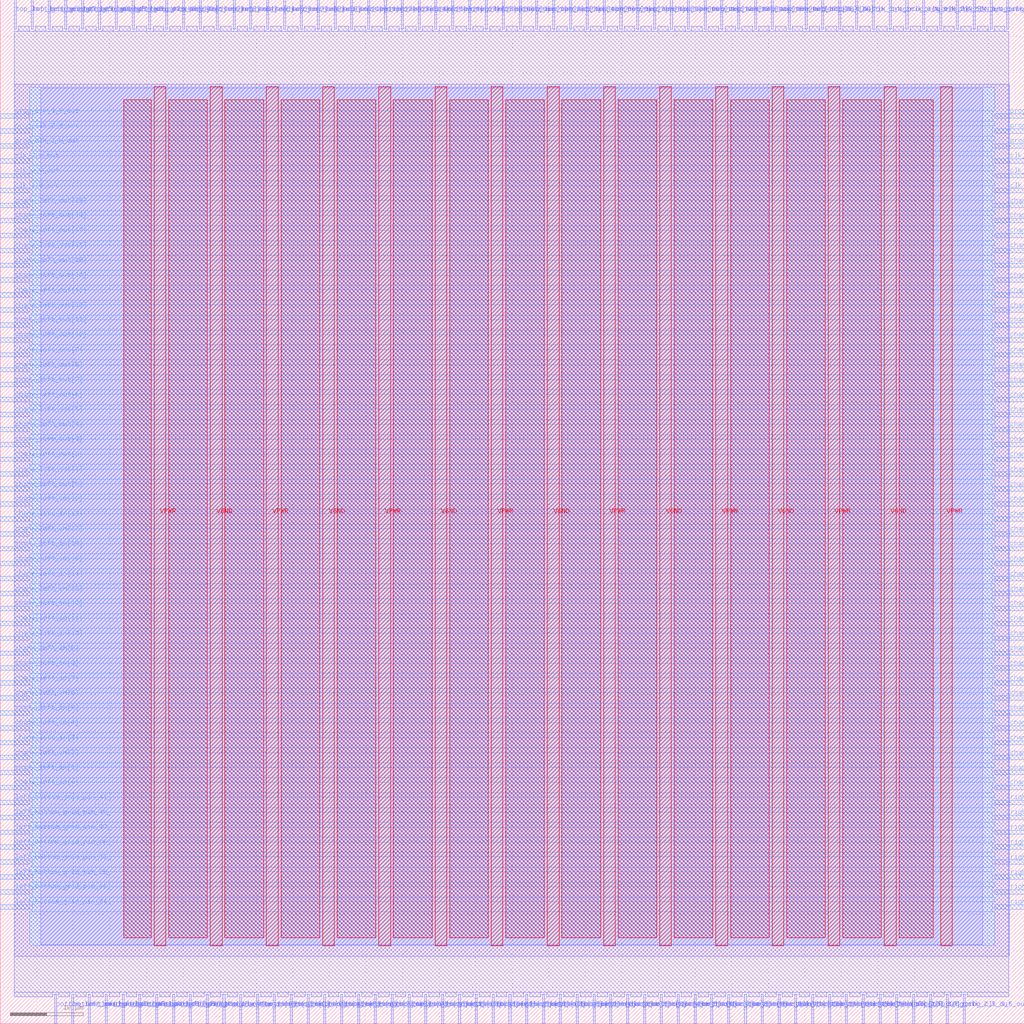
<source format=lef>
VERSION 5.7 ;
  NOWIREEXTENSIONATPIN ON ;
  DIVIDERCHAR "/" ;
  BUSBITCHARS "[]" ;
MACRO sb_1__1_
  CLASS BLOCK ;
  FOREIGN sb_1__1_ ;
  ORIGIN 0.000 0.000 ;
  SIZE 140.000 BY 140.000 ;
  PIN Test_en_N_out
    DIRECTION OUTPUT TRISTATE ;
    USE SIGNAL ;
    PORT
      LAYER met2 ;
        RECT 112.330 136.000 112.610 140.000 ;
    END
  END Test_en_N_out
  PIN Test_en_S_in
    DIRECTION INPUT ;
    USE SIGNAL ;
    PORT
      LAYER met2 ;
        RECT 122.450 0.000 122.730 4.000 ;
    END
  END Test_en_S_in
  PIN VGND
    DIRECTION INOUT ;
    USE GROUND ;
    PORT
      LAYER met4 ;
        RECT 28.720 10.640 30.320 128.080 ;
    END
    PORT
      LAYER met4 ;
        RECT 44.080 10.640 45.680 128.080 ;
    END
    PORT
      LAYER met4 ;
        RECT 59.440 10.640 61.040 128.080 ;
    END
    PORT
      LAYER met4 ;
        RECT 74.800 10.640 76.400 128.080 ;
    END
    PORT
      LAYER met4 ;
        RECT 90.160 10.640 91.760 128.080 ;
    END
    PORT
      LAYER met4 ;
        RECT 105.520 10.640 107.120 128.080 ;
    END
    PORT
      LAYER met4 ;
        RECT 120.880 10.640 122.480 128.080 ;
    END
  END VGND
  PIN VPWR
    DIRECTION INOUT ;
    USE POWER ;
    PORT
      LAYER met4 ;
        RECT 21.040 10.640 22.640 128.080 ;
    END
    PORT
      LAYER met4 ;
        RECT 36.400 10.640 38.000 128.080 ;
    END
    PORT
      LAYER met4 ;
        RECT 51.760 10.640 53.360 128.080 ;
    END
    PORT
      LAYER met4 ;
        RECT 67.120 10.640 68.720 128.080 ;
    END
    PORT
      LAYER met4 ;
        RECT 82.480 10.640 84.080 128.080 ;
    END
    PORT
      LAYER met4 ;
        RECT 97.840 10.640 99.440 128.080 ;
    END
    PORT
      LAYER met4 ;
        RECT 113.200 10.640 114.800 128.080 ;
    END
    PORT
      LAYER met4 ;
        RECT 128.560 10.640 130.160 128.080 ;
    END
  END VPWR
  PIN bottom_left_grid_pin_42_
    DIRECTION INPUT ;
    USE SIGNAL ;
    PORT
      LAYER met2 ;
        RECT 7.450 0.000 7.730 4.000 ;
    END
  END bottom_left_grid_pin_42_
  PIN bottom_left_grid_pin_43_
    DIRECTION INPUT ;
    USE SIGNAL ;
    PORT
      LAYER met2 ;
        RECT 9.750 0.000 10.030 4.000 ;
    END
  END bottom_left_grid_pin_43_
  PIN bottom_left_grid_pin_44_
    DIRECTION INPUT ;
    USE SIGNAL ;
    PORT
      LAYER met2 ;
        RECT 12.050 0.000 12.330 4.000 ;
    END
  END bottom_left_grid_pin_44_
  PIN bottom_left_grid_pin_45_
    DIRECTION INPUT ;
    USE SIGNAL ;
    PORT
      LAYER met2 ;
        RECT 14.350 0.000 14.630 4.000 ;
    END
  END bottom_left_grid_pin_45_
  PIN bottom_left_grid_pin_46_
    DIRECTION INPUT ;
    USE SIGNAL ;
    PORT
      LAYER met2 ;
        RECT 16.650 0.000 16.930 4.000 ;
    END
  END bottom_left_grid_pin_46_
  PIN bottom_left_grid_pin_47_
    DIRECTION INPUT ;
    USE SIGNAL ;
    PORT
      LAYER met2 ;
        RECT 18.950 0.000 19.230 4.000 ;
    END
  END bottom_left_grid_pin_47_
  PIN bottom_left_grid_pin_48_
    DIRECTION INPUT ;
    USE SIGNAL ;
    PORT
      LAYER met2 ;
        RECT 21.250 0.000 21.530 4.000 ;
    END
  END bottom_left_grid_pin_48_
  PIN bottom_left_grid_pin_49_
    DIRECTION INPUT ;
    USE SIGNAL ;
    PORT
      LAYER met2 ;
        RECT 23.550 0.000 23.830 4.000 ;
    END
  END bottom_left_grid_pin_49_
  PIN ccff_head
    DIRECTION INPUT ;
    USE SIGNAL ;
    PORT
      LAYER met2 ;
        RECT 25.850 0.000 26.130 4.000 ;
    END
  END ccff_head
  PIN ccff_tail
    DIRECTION OUTPUT TRISTATE ;
    USE SIGNAL ;
    PORT
      LAYER met2 ;
        RECT 28.150 0.000 28.430 4.000 ;
    END
  END ccff_tail
  PIN chanx_left_in[0]
    DIRECTION INPUT ;
    USE SIGNAL ;
    PORT
      LAYER met3 ;
        RECT 0.000 32.000 4.000 32.600 ;
    END
  END chanx_left_in[0]
  PIN chanx_left_in[10]
    DIRECTION INPUT ;
    USE SIGNAL ;
    PORT
      LAYER met3 ;
        RECT 0.000 52.400 4.000 53.000 ;
    END
  END chanx_left_in[10]
  PIN chanx_left_in[11]
    DIRECTION INPUT ;
    USE SIGNAL ;
    PORT
      LAYER met3 ;
        RECT 0.000 54.440 4.000 55.040 ;
    END
  END chanx_left_in[11]
  PIN chanx_left_in[12]
    DIRECTION INPUT ;
    USE SIGNAL ;
    PORT
      LAYER met3 ;
        RECT 0.000 56.480 4.000 57.080 ;
    END
  END chanx_left_in[12]
  PIN chanx_left_in[13]
    DIRECTION INPUT ;
    USE SIGNAL ;
    PORT
      LAYER met3 ;
        RECT 0.000 58.520 4.000 59.120 ;
    END
  END chanx_left_in[13]
  PIN chanx_left_in[14]
    DIRECTION INPUT ;
    USE SIGNAL ;
    PORT
      LAYER met3 ;
        RECT 0.000 60.560 4.000 61.160 ;
    END
  END chanx_left_in[14]
  PIN chanx_left_in[15]
    DIRECTION INPUT ;
    USE SIGNAL ;
    PORT
      LAYER met3 ;
        RECT 0.000 62.600 4.000 63.200 ;
    END
  END chanx_left_in[15]
  PIN chanx_left_in[16]
    DIRECTION INPUT ;
    USE SIGNAL ;
    PORT
      LAYER met3 ;
        RECT 0.000 64.640 4.000 65.240 ;
    END
  END chanx_left_in[16]
  PIN chanx_left_in[17]
    DIRECTION INPUT ;
    USE SIGNAL ;
    PORT
      LAYER met3 ;
        RECT 0.000 66.680 4.000 67.280 ;
    END
  END chanx_left_in[17]
  PIN chanx_left_in[18]
    DIRECTION INPUT ;
    USE SIGNAL ;
    PORT
      LAYER met3 ;
        RECT 0.000 68.720 4.000 69.320 ;
    END
  END chanx_left_in[18]
  PIN chanx_left_in[19]
    DIRECTION INPUT ;
    USE SIGNAL ;
    PORT
      LAYER met3 ;
        RECT 0.000 70.760 4.000 71.360 ;
    END
  END chanx_left_in[19]
  PIN chanx_left_in[1]
    DIRECTION INPUT ;
    USE SIGNAL ;
    PORT
      LAYER met3 ;
        RECT 0.000 34.040 4.000 34.640 ;
    END
  END chanx_left_in[1]
  PIN chanx_left_in[2]
    DIRECTION INPUT ;
    USE SIGNAL ;
    PORT
      LAYER met3 ;
        RECT 0.000 36.080 4.000 36.680 ;
    END
  END chanx_left_in[2]
  PIN chanx_left_in[3]
    DIRECTION INPUT ;
    USE SIGNAL ;
    PORT
      LAYER met3 ;
        RECT 0.000 38.120 4.000 38.720 ;
    END
  END chanx_left_in[3]
  PIN chanx_left_in[4]
    DIRECTION INPUT ;
    USE SIGNAL ;
    PORT
      LAYER met3 ;
        RECT 0.000 40.160 4.000 40.760 ;
    END
  END chanx_left_in[4]
  PIN chanx_left_in[5]
    DIRECTION INPUT ;
    USE SIGNAL ;
    PORT
      LAYER met3 ;
        RECT 0.000 42.200 4.000 42.800 ;
    END
  END chanx_left_in[5]
  PIN chanx_left_in[6]
    DIRECTION INPUT ;
    USE SIGNAL ;
    PORT
      LAYER met3 ;
        RECT 0.000 44.240 4.000 44.840 ;
    END
  END chanx_left_in[6]
  PIN chanx_left_in[7]
    DIRECTION INPUT ;
    USE SIGNAL ;
    PORT
      LAYER met3 ;
        RECT 0.000 46.280 4.000 46.880 ;
    END
  END chanx_left_in[7]
  PIN chanx_left_in[8]
    DIRECTION INPUT ;
    USE SIGNAL ;
    PORT
      LAYER met3 ;
        RECT 0.000 48.320 4.000 48.920 ;
    END
  END chanx_left_in[8]
  PIN chanx_left_in[9]
    DIRECTION INPUT ;
    USE SIGNAL ;
    PORT
      LAYER met3 ;
        RECT 0.000 50.360 4.000 50.960 ;
    END
  END chanx_left_in[9]
  PIN chanx_left_out[0]
    DIRECTION OUTPUT TRISTATE ;
    USE SIGNAL ;
    PORT
      LAYER met3 ;
        RECT 0.000 72.800 4.000 73.400 ;
    END
  END chanx_left_out[0]
  PIN chanx_left_out[10]
    DIRECTION OUTPUT TRISTATE ;
    USE SIGNAL ;
    PORT
      LAYER met3 ;
        RECT 0.000 93.200 4.000 93.800 ;
    END
  END chanx_left_out[10]
  PIN chanx_left_out[11]
    DIRECTION OUTPUT TRISTATE ;
    USE SIGNAL ;
    PORT
      LAYER met3 ;
        RECT 0.000 95.240 4.000 95.840 ;
    END
  END chanx_left_out[11]
  PIN chanx_left_out[12]
    DIRECTION OUTPUT TRISTATE ;
    USE SIGNAL ;
    PORT
      LAYER met3 ;
        RECT 0.000 97.280 4.000 97.880 ;
    END
  END chanx_left_out[12]
  PIN chanx_left_out[13]
    DIRECTION OUTPUT TRISTATE ;
    USE SIGNAL ;
    PORT
      LAYER met3 ;
        RECT 0.000 99.320 4.000 99.920 ;
    END
  END chanx_left_out[13]
  PIN chanx_left_out[14]
    DIRECTION OUTPUT TRISTATE ;
    USE SIGNAL ;
    PORT
      LAYER met3 ;
        RECT 0.000 101.360 4.000 101.960 ;
    END
  END chanx_left_out[14]
  PIN chanx_left_out[15]
    DIRECTION OUTPUT TRISTATE ;
    USE SIGNAL ;
    PORT
      LAYER met3 ;
        RECT 0.000 103.400 4.000 104.000 ;
    END
  END chanx_left_out[15]
  PIN chanx_left_out[16]
    DIRECTION OUTPUT TRISTATE ;
    USE SIGNAL ;
    PORT
      LAYER met3 ;
        RECT 0.000 105.440 4.000 106.040 ;
    END
  END chanx_left_out[16]
  PIN chanx_left_out[17]
    DIRECTION OUTPUT TRISTATE ;
    USE SIGNAL ;
    PORT
      LAYER met3 ;
        RECT 0.000 107.480 4.000 108.080 ;
    END
  END chanx_left_out[17]
  PIN chanx_left_out[18]
    DIRECTION OUTPUT TRISTATE ;
    USE SIGNAL ;
    PORT
      LAYER met3 ;
        RECT 0.000 109.520 4.000 110.120 ;
    END
  END chanx_left_out[18]
  PIN chanx_left_out[19]
    DIRECTION OUTPUT TRISTATE ;
    USE SIGNAL ;
    PORT
      LAYER met3 ;
        RECT 0.000 111.560 4.000 112.160 ;
    END
  END chanx_left_out[19]
  PIN chanx_left_out[1]
    DIRECTION OUTPUT TRISTATE ;
    USE SIGNAL ;
    PORT
      LAYER met3 ;
        RECT 0.000 74.840 4.000 75.440 ;
    END
  END chanx_left_out[1]
  PIN chanx_left_out[2]
    DIRECTION OUTPUT TRISTATE ;
    USE SIGNAL ;
    PORT
      LAYER met3 ;
        RECT 0.000 76.880 4.000 77.480 ;
    END
  END chanx_left_out[2]
  PIN chanx_left_out[3]
    DIRECTION OUTPUT TRISTATE ;
    USE SIGNAL ;
    PORT
      LAYER met3 ;
        RECT 0.000 78.920 4.000 79.520 ;
    END
  END chanx_left_out[3]
  PIN chanx_left_out[4]
    DIRECTION OUTPUT TRISTATE ;
    USE SIGNAL ;
    PORT
      LAYER met3 ;
        RECT 0.000 80.960 4.000 81.560 ;
    END
  END chanx_left_out[4]
  PIN chanx_left_out[5]
    DIRECTION OUTPUT TRISTATE ;
    USE SIGNAL ;
    PORT
      LAYER met3 ;
        RECT 0.000 83.000 4.000 83.600 ;
    END
  END chanx_left_out[5]
  PIN chanx_left_out[6]
    DIRECTION OUTPUT TRISTATE ;
    USE SIGNAL ;
    PORT
      LAYER met3 ;
        RECT 0.000 85.040 4.000 85.640 ;
    END
  END chanx_left_out[6]
  PIN chanx_left_out[7]
    DIRECTION OUTPUT TRISTATE ;
    USE SIGNAL ;
    PORT
      LAYER met3 ;
        RECT 0.000 87.080 4.000 87.680 ;
    END
  END chanx_left_out[7]
  PIN chanx_left_out[8]
    DIRECTION OUTPUT TRISTATE ;
    USE SIGNAL ;
    PORT
      LAYER met3 ;
        RECT 0.000 89.120 4.000 89.720 ;
    END
  END chanx_left_out[8]
  PIN chanx_left_out[9]
    DIRECTION OUTPUT TRISTATE ;
    USE SIGNAL ;
    PORT
      LAYER met3 ;
        RECT 0.000 91.160 4.000 91.760 ;
    END
  END chanx_left_out[9]
  PIN chanx_right_in[0]
    DIRECTION INPUT ;
    USE SIGNAL ;
    PORT
      LAYER met3 ;
        RECT 136.000 32.000 140.000 32.600 ;
    END
  END chanx_right_in[0]
  PIN chanx_right_in[10]
    DIRECTION INPUT ;
    USE SIGNAL ;
    PORT
      LAYER met3 ;
        RECT 136.000 52.400 140.000 53.000 ;
    END
  END chanx_right_in[10]
  PIN chanx_right_in[11]
    DIRECTION INPUT ;
    USE SIGNAL ;
    PORT
      LAYER met3 ;
        RECT 136.000 54.440 140.000 55.040 ;
    END
  END chanx_right_in[11]
  PIN chanx_right_in[12]
    DIRECTION INPUT ;
    USE SIGNAL ;
    PORT
      LAYER met3 ;
        RECT 136.000 56.480 140.000 57.080 ;
    END
  END chanx_right_in[12]
  PIN chanx_right_in[13]
    DIRECTION INPUT ;
    USE SIGNAL ;
    PORT
      LAYER met3 ;
        RECT 136.000 58.520 140.000 59.120 ;
    END
  END chanx_right_in[13]
  PIN chanx_right_in[14]
    DIRECTION INPUT ;
    USE SIGNAL ;
    PORT
      LAYER met3 ;
        RECT 136.000 60.560 140.000 61.160 ;
    END
  END chanx_right_in[14]
  PIN chanx_right_in[15]
    DIRECTION INPUT ;
    USE SIGNAL ;
    PORT
      LAYER met3 ;
        RECT 136.000 62.600 140.000 63.200 ;
    END
  END chanx_right_in[15]
  PIN chanx_right_in[16]
    DIRECTION INPUT ;
    USE SIGNAL ;
    PORT
      LAYER met3 ;
        RECT 136.000 64.640 140.000 65.240 ;
    END
  END chanx_right_in[16]
  PIN chanx_right_in[17]
    DIRECTION INPUT ;
    USE SIGNAL ;
    PORT
      LAYER met3 ;
        RECT 136.000 66.680 140.000 67.280 ;
    END
  END chanx_right_in[17]
  PIN chanx_right_in[18]
    DIRECTION INPUT ;
    USE SIGNAL ;
    PORT
      LAYER met3 ;
        RECT 136.000 68.720 140.000 69.320 ;
    END
  END chanx_right_in[18]
  PIN chanx_right_in[19]
    DIRECTION INPUT ;
    USE SIGNAL ;
    PORT
      LAYER met3 ;
        RECT 136.000 70.760 140.000 71.360 ;
    END
  END chanx_right_in[19]
  PIN chanx_right_in[1]
    DIRECTION INPUT ;
    USE SIGNAL ;
    PORT
      LAYER met3 ;
        RECT 136.000 34.040 140.000 34.640 ;
    END
  END chanx_right_in[1]
  PIN chanx_right_in[2]
    DIRECTION INPUT ;
    USE SIGNAL ;
    PORT
      LAYER met3 ;
        RECT 136.000 36.080 140.000 36.680 ;
    END
  END chanx_right_in[2]
  PIN chanx_right_in[3]
    DIRECTION INPUT ;
    USE SIGNAL ;
    PORT
      LAYER met3 ;
        RECT 136.000 38.120 140.000 38.720 ;
    END
  END chanx_right_in[3]
  PIN chanx_right_in[4]
    DIRECTION INPUT ;
    USE SIGNAL ;
    PORT
      LAYER met3 ;
        RECT 136.000 40.160 140.000 40.760 ;
    END
  END chanx_right_in[4]
  PIN chanx_right_in[5]
    DIRECTION INPUT ;
    USE SIGNAL ;
    PORT
      LAYER met3 ;
        RECT 136.000 42.200 140.000 42.800 ;
    END
  END chanx_right_in[5]
  PIN chanx_right_in[6]
    DIRECTION INPUT ;
    USE SIGNAL ;
    PORT
      LAYER met3 ;
        RECT 136.000 44.240 140.000 44.840 ;
    END
  END chanx_right_in[6]
  PIN chanx_right_in[7]
    DIRECTION INPUT ;
    USE SIGNAL ;
    PORT
      LAYER met3 ;
        RECT 136.000 46.280 140.000 46.880 ;
    END
  END chanx_right_in[7]
  PIN chanx_right_in[8]
    DIRECTION INPUT ;
    USE SIGNAL ;
    PORT
      LAYER met3 ;
        RECT 136.000 48.320 140.000 48.920 ;
    END
  END chanx_right_in[8]
  PIN chanx_right_in[9]
    DIRECTION INPUT ;
    USE SIGNAL ;
    PORT
      LAYER met3 ;
        RECT 136.000 50.360 140.000 50.960 ;
    END
  END chanx_right_in[9]
  PIN chanx_right_out[0]
    DIRECTION OUTPUT TRISTATE ;
    USE SIGNAL ;
    PORT
      LAYER met3 ;
        RECT 136.000 72.800 140.000 73.400 ;
    END
  END chanx_right_out[0]
  PIN chanx_right_out[10]
    DIRECTION OUTPUT TRISTATE ;
    USE SIGNAL ;
    PORT
      LAYER met3 ;
        RECT 136.000 93.200 140.000 93.800 ;
    END
  END chanx_right_out[10]
  PIN chanx_right_out[11]
    DIRECTION OUTPUT TRISTATE ;
    USE SIGNAL ;
    PORT
      LAYER met3 ;
        RECT 136.000 95.240 140.000 95.840 ;
    END
  END chanx_right_out[11]
  PIN chanx_right_out[12]
    DIRECTION OUTPUT TRISTATE ;
    USE SIGNAL ;
    PORT
      LAYER met3 ;
        RECT 136.000 97.280 140.000 97.880 ;
    END
  END chanx_right_out[12]
  PIN chanx_right_out[13]
    DIRECTION OUTPUT TRISTATE ;
    USE SIGNAL ;
    PORT
      LAYER met3 ;
        RECT 136.000 99.320 140.000 99.920 ;
    END
  END chanx_right_out[13]
  PIN chanx_right_out[14]
    DIRECTION OUTPUT TRISTATE ;
    USE SIGNAL ;
    PORT
      LAYER met3 ;
        RECT 136.000 101.360 140.000 101.960 ;
    END
  END chanx_right_out[14]
  PIN chanx_right_out[15]
    DIRECTION OUTPUT TRISTATE ;
    USE SIGNAL ;
    PORT
      LAYER met3 ;
        RECT 136.000 103.400 140.000 104.000 ;
    END
  END chanx_right_out[15]
  PIN chanx_right_out[16]
    DIRECTION OUTPUT TRISTATE ;
    USE SIGNAL ;
    PORT
      LAYER met3 ;
        RECT 136.000 105.440 140.000 106.040 ;
    END
  END chanx_right_out[16]
  PIN chanx_right_out[17]
    DIRECTION OUTPUT TRISTATE ;
    USE SIGNAL ;
    PORT
      LAYER met3 ;
        RECT 136.000 107.480 140.000 108.080 ;
    END
  END chanx_right_out[17]
  PIN chanx_right_out[18]
    DIRECTION OUTPUT TRISTATE ;
    USE SIGNAL ;
    PORT
      LAYER met3 ;
        RECT 136.000 109.520 140.000 110.120 ;
    END
  END chanx_right_out[18]
  PIN chanx_right_out[19]
    DIRECTION OUTPUT TRISTATE ;
    USE SIGNAL ;
    PORT
      LAYER met3 ;
        RECT 136.000 111.560 140.000 112.160 ;
    END
  END chanx_right_out[19]
  PIN chanx_right_out[1]
    DIRECTION OUTPUT TRISTATE ;
    USE SIGNAL ;
    PORT
      LAYER met3 ;
        RECT 136.000 74.840 140.000 75.440 ;
    END
  END chanx_right_out[1]
  PIN chanx_right_out[2]
    DIRECTION OUTPUT TRISTATE ;
    USE SIGNAL ;
    PORT
      LAYER met3 ;
        RECT 136.000 76.880 140.000 77.480 ;
    END
  END chanx_right_out[2]
  PIN chanx_right_out[3]
    DIRECTION OUTPUT TRISTATE ;
    USE SIGNAL ;
    PORT
      LAYER met3 ;
        RECT 136.000 78.920 140.000 79.520 ;
    END
  END chanx_right_out[3]
  PIN chanx_right_out[4]
    DIRECTION OUTPUT TRISTATE ;
    USE SIGNAL ;
    PORT
      LAYER met3 ;
        RECT 136.000 80.960 140.000 81.560 ;
    END
  END chanx_right_out[4]
  PIN chanx_right_out[5]
    DIRECTION OUTPUT TRISTATE ;
    USE SIGNAL ;
    PORT
      LAYER met3 ;
        RECT 136.000 83.000 140.000 83.600 ;
    END
  END chanx_right_out[5]
  PIN chanx_right_out[6]
    DIRECTION OUTPUT TRISTATE ;
    USE SIGNAL ;
    PORT
      LAYER met3 ;
        RECT 136.000 85.040 140.000 85.640 ;
    END
  END chanx_right_out[6]
  PIN chanx_right_out[7]
    DIRECTION OUTPUT TRISTATE ;
    USE SIGNAL ;
    PORT
      LAYER met3 ;
        RECT 136.000 87.080 140.000 87.680 ;
    END
  END chanx_right_out[7]
  PIN chanx_right_out[8]
    DIRECTION OUTPUT TRISTATE ;
    USE SIGNAL ;
    PORT
      LAYER met3 ;
        RECT 136.000 89.120 140.000 89.720 ;
    END
  END chanx_right_out[8]
  PIN chanx_right_out[9]
    DIRECTION OUTPUT TRISTATE ;
    USE SIGNAL ;
    PORT
      LAYER met3 ;
        RECT 136.000 91.160 140.000 91.760 ;
    END
  END chanx_right_out[9]
  PIN chany_bottom_in[0]
    DIRECTION INPUT ;
    USE SIGNAL ;
    PORT
      LAYER met2 ;
        RECT 30.450 0.000 30.730 4.000 ;
    END
  END chany_bottom_in[0]
  PIN chany_bottom_in[10]
    DIRECTION INPUT ;
    USE SIGNAL ;
    PORT
      LAYER met2 ;
        RECT 53.450 0.000 53.730 4.000 ;
    END
  END chany_bottom_in[10]
  PIN chany_bottom_in[11]
    DIRECTION INPUT ;
    USE SIGNAL ;
    PORT
      LAYER met2 ;
        RECT 55.750 0.000 56.030 4.000 ;
    END
  END chany_bottom_in[11]
  PIN chany_bottom_in[12]
    DIRECTION INPUT ;
    USE SIGNAL ;
    PORT
      LAYER met2 ;
        RECT 58.050 0.000 58.330 4.000 ;
    END
  END chany_bottom_in[12]
  PIN chany_bottom_in[13]
    DIRECTION INPUT ;
    USE SIGNAL ;
    PORT
      LAYER met2 ;
        RECT 60.350 0.000 60.630 4.000 ;
    END
  END chany_bottom_in[13]
  PIN chany_bottom_in[14]
    DIRECTION INPUT ;
    USE SIGNAL ;
    PORT
      LAYER met2 ;
        RECT 62.650 0.000 62.930 4.000 ;
    END
  END chany_bottom_in[14]
  PIN chany_bottom_in[15]
    DIRECTION INPUT ;
    USE SIGNAL ;
    PORT
      LAYER met2 ;
        RECT 64.950 0.000 65.230 4.000 ;
    END
  END chany_bottom_in[15]
  PIN chany_bottom_in[16]
    DIRECTION INPUT ;
    USE SIGNAL ;
    PORT
      LAYER met2 ;
        RECT 67.250 0.000 67.530 4.000 ;
    END
  END chany_bottom_in[16]
  PIN chany_bottom_in[17]
    DIRECTION INPUT ;
    USE SIGNAL ;
    PORT
      LAYER met2 ;
        RECT 69.550 0.000 69.830 4.000 ;
    END
  END chany_bottom_in[17]
  PIN chany_bottom_in[18]
    DIRECTION INPUT ;
    USE SIGNAL ;
    PORT
      LAYER met2 ;
        RECT 71.850 0.000 72.130 4.000 ;
    END
  END chany_bottom_in[18]
  PIN chany_bottom_in[19]
    DIRECTION INPUT ;
    USE SIGNAL ;
    PORT
      LAYER met2 ;
        RECT 74.150 0.000 74.430 4.000 ;
    END
  END chany_bottom_in[19]
  PIN chany_bottom_in[1]
    DIRECTION INPUT ;
    USE SIGNAL ;
    PORT
      LAYER met2 ;
        RECT 32.750 0.000 33.030 4.000 ;
    END
  END chany_bottom_in[1]
  PIN chany_bottom_in[2]
    DIRECTION INPUT ;
    USE SIGNAL ;
    PORT
      LAYER met2 ;
        RECT 35.050 0.000 35.330 4.000 ;
    END
  END chany_bottom_in[2]
  PIN chany_bottom_in[3]
    DIRECTION INPUT ;
    USE SIGNAL ;
    PORT
      LAYER met2 ;
        RECT 37.350 0.000 37.630 4.000 ;
    END
  END chany_bottom_in[3]
  PIN chany_bottom_in[4]
    DIRECTION INPUT ;
    USE SIGNAL ;
    PORT
      LAYER met2 ;
        RECT 39.650 0.000 39.930 4.000 ;
    END
  END chany_bottom_in[4]
  PIN chany_bottom_in[5]
    DIRECTION INPUT ;
    USE SIGNAL ;
    PORT
      LAYER met2 ;
        RECT 41.950 0.000 42.230 4.000 ;
    END
  END chany_bottom_in[5]
  PIN chany_bottom_in[6]
    DIRECTION INPUT ;
    USE SIGNAL ;
    PORT
      LAYER met2 ;
        RECT 44.250 0.000 44.530 4.000 ;
    END
  END chany_bottom_in[6]
  PIN chany_bottom_in[7]
    DIRECTION INPUT ;
    USE SIGNAL ;
    PORT
      LAYER met2 ;
        RECT 46.550 0.000 46.830 4.000 ;
    END
  END chany_bottom_in[7]
  PIN chany_bottom_in[8]
    DIRECTION INPUT ;
    USE SIGNAL ;
    PORT
      LAYER met2 ;
        RECT 48.850 0.000 49.130 4.000 ;
    END
  END chany_bottom_in[8]
  PIN chany_bottom_in[9]
    DIRECTION INPUT ;
    USE SIGNAL ;
    PORT
      LAYER met2 ;
        RECT 51.150 0.000 51.430 4.000 ;
    END
  END chany_bottom_in[9]
  PIN chany_bottom_out[0]
    DIRECTION OUTPUT TRISTATE ;
    USE SIGNAL ;
    PORT
      LAYER met2 ;
        RECT 76.450 0.000 76.730 4.000 ;
    END
  END chany_bottom_out[0]
  PIN chany_bottom_out[10]
    DIRECTION OUTPUT TRISTATE ;
    USE SIGNAL ;
    PORT
      LAYER met2 ;
        RECT 99.450 0.000 99.730 4.000 ;
    END
  END chany_bottom_out[10]
  PIN chany_bottom_out[11]
    DIRECTION OUTPUT TRISTATE ;
    USE SIGNAL ;
    PORT
      LAYER met2 ;
        RECT 101.750 0.000 102.030 4.000 ;
    END
  END chany_bottom_out[11]
  PIN chany_bottom_out[12]
    DIRECTION OUTPUT TRISTATE ;
    USE SIGNAL ;
    PORT
      LAYER met2 ;
        RECT 104.050 0.000 104.330 4.000 ;
    END
  END chany_bottom_out[12]
  PIN chany_bottom_out[13]
    DIRECTION OUTPUT TRISTATE ;
    USE SIGNAL ;
    PORT
      LAYER met2 ;
        RECT 106.350 0.000 106.630 4.000 ;
    END
  END chany_bottom_out[13]
  PIN chany_bottom_out[14]
    DIRECTION OUTPUT TRISTATE ;
    USE SIGNAL ;
    PORT
      LAYER met2 ;
        RECT 108.650 0.000 108.930 4.000 ;
    END
  END chany_bottom_out[14]
  PIN chany_bottom_out[15]
    DIRECTION OUTPUT TRISTATE ;
    USE SIGNAL ;
    PORT
      LAYER met2 ;
        RECT 110.950 0.000 111.230 4.000 ;
    END
  END chany_bottom_out[15]
  PIN chany_bottom_out[16]
    DIRECTION OUTPUT TRISTATE ;
    USE SIGNAL ;
    PORT
      LAYER met2 ;
        RECT 113.250 0.000 113.530 4.000 ;
    END
  END chany_bottom_out[16]
  PIN chany_bottom_out[17]
    DIRECTION OUTPUT TRISTATE ;
    USE SIGNAL ;
    PORT
      LAYER met2 ;
        RECT 115.550 0.000 115.830 4.000 ;
    END
  END chany_bottom_out[17]
  PIN chany_bottom_out[18]
    DIRECTION OUTPUT TRISTATE ;
    USE SIGNAL ;
    PORT
      LAYER met2 ;
        RECT 117.850 0.000 118.130 4.000 ;
    END
  END chany_bottom_out[18]
  PIN chany_bottom_out[19]
    DIRECTION OUTPUT TRISTATE ;
    USE SIGNAL ;
    PORT
      LAYER met2 ;
        RECT 120.150 0.000 120.430 4.000 ;
    END
  END chany_bottom_out[19]
  PIN chany_bottom_out[1]
    DIRECTION OUTPUT TRISTATE ;
    USE SIGNAL ;
    PORT
      LAYER met2 ;
        RECT 78.750 0.000 79.030 4.000 ;
    END
  END chany_bottom_out[1]
  PIN chany_bottom_out[2]
    DIRECTION OUTPUT TRISTATE ;
    USE SIGNAL ;
    PORT
      LAYER met2 ;
        RECT 81.050 0.000 81.330 4.000 ;
    END
  END chany_bottom_out[2]
  PIN chany_bottom_out[3]
    DIRECTION OUTPUT TRISTATE ;
    USE SIGNAL ;
    PORT
      LAYER met2 ;
        RECT 83.350 0.000 83.630 4.000 ;
    END
  END chany_bottom_out[3]
  PIN chany_bottom_out[4]
    DIRECTION OUTPUT TRISTATE ;
    USE SIGNAL ;
    PORT
      LAYER met2 ;
        RECT 85.650 0.000 85.930 4.000 ;
    END
  END chany_bottom_out[4]
  PIN chany_bottom_out[5]
    DIRECTION OUTPUT TRISTATE ;
    USE SIGNAL ;
    PORT
      LAYER met2 ;
        RECT 87.950 0.000 88.230 4.000 ;
    END
  END chany_bottom_out[5]
  PIN chany_bottom_out[6]
    DIRECTION OUTPUT TRISTATE ;
    USE SIGNAL ;
    PORT
      LAYER met2 ;
        RECT 90.250 0.000 90.530 4.000 ;
    END
  END chany_bottom_out[6]
  PIN chany_bottom_out[7]
    DIRECTION OUTPUT TRISTATE ;
    USE SIGNAL ;
    PORT
      LAYER met2 ;
        RECT 92.550 0.000 92.830 4.000 ;
    END
  END chany_bottom_out[7]
  PIN chany_bottom_out[8]
    DIRECTION OUTPUT TRISTATE ;
    USE SIGNAL ;
    PORT
      LAYER met2 ;
        RECT 94.850 0.000 95.130 4.000 ;
    END
  END chany_bottom_out[8]
  PIN chany_bottom_out[9]
    DIRECTION OUTPUT TRISTATE ;
    USE SIGNAL ;
    PORT
      LAYER met2 ;
        RECT 97.150 0.000 97.430 4.000 ;
    END
  END chany_bottom_out[9]
  PIN chany_top_in[0]
    DIRECTION INPUT ;
    USE SIGNAL ;
    PORT
      LAYER met2 ;
        RECT 20.330 136.000 20.610 140.000 ;
    END
  END chany_top_in[0]
  PIN chany_top_in[10]
    DIRECTION INPUT ;
    USE SIGNAL ;
    PORT
      LAYER met2 ;
        RECT 43.330 136.000 43.610 140.000 ;
    END
  END chany_top_in[10]
  PIN chany_top_in[11]
    DIRECTION INPUT ;
    USE SIGNAL ;
    PORT
      LAYER met2 ;
        RECT 45.630 136.000 45.910 140.000 ;
    END
  END chany_top_in[11]
  PIN chany_top_in[12]
    DIRECTION INPUT ;
    USE SIGNAL ;
    PORT
      LAYER met2 ;
        RECT 47.930 136.000 48.210 140.000 ;
    END
  END chany_top_in[12]
  PIN chany_top_in[13]
    DIRECTION INPUT ;
    USE SIGNAL ;
    PORT
      LAYER met2 ;
        RECT 50.230 136.000 50.510 140.000 ;
    END
  END chany_top_in[13]
  PIN chany_top_in[14]
    DIRECTION INPUT ;
    USE SIGNAL ;
    PORT
      LAYER met2 ;
        RECT 52.530 136.000 52.810 140.000 ;
    END
  END chany_top_in[14]
  PIN chany_top_in[15]
    DIRECTION INPUT ;
    USE SIGNAL ;
    PORT
      LAYER met2 ;
        RECT 54.830 136.000 55.110 140.000 ;
    END
  END chany_top_in[15]
  PIN chany_top_in[16]
    DIRECTION INPUT ;
    USE SIGNAL ;
    PORT
      LAYER met2 ;
        RECT 57.130 136.000 57.410 140.000 ;
    END
  END chany_top_in[16]
  PIN chany_top_in[17]
    DIRECTION INPUT ;
    USE SIGNAL ;
    PORT
      LAYER met2 ;
        RECT 59.430 136.000 59.710 140.000 ;
    END
  END chany_top_in[17]
  PIN chany_top_in[18]
    DIRECTION INPUT ;
    USE SIGNAL ;
    PORT
      LAYER met2 ;
        RECT 61.730 136.000 62.010 140.000 ;
    END
  END chany_top_in[18]
  PIN chany_top_in[19]
    DIRECTION INPUT ;
    USE SIGNAL ;
    PORT
      LAYER met2 ;
        RECT 64.030 136.000 64.310 140.000 ;
    END
  END chany_top_in[19]
  PIN chany_top_in[1]
    DIRECTION INPUT ;
    USE SIGNAL ;
    PORT
      LAYER met2 ;
        RECT 22.630 136.000 22.910 140.000 ;
    END
  END chany_top_in[1]
  PIN chany_top_in[2]
    DIRECTION INPUT ;
    USE SIGNAL ;
    PORT
      LAYER met2 ;
        RECT 24.930 136.000 25.210 140.000 ;
    END
  END chany_top_in[2]
  PIN chany_top_in[3]
    DIRECTION INPUT ;
    USE SIGNAL ;
    PORT
      LAYER met2 ;
        RECT 27.230 136.000 27.510 140.000 ;
    END
  END chany_top_in[3]
  PIN chany_top_in[4]
    DIRECTION INPUT ;
    USE SIGNAL ;
    PORT
      LAYER met2 ;
        RECT 29.530 136.000 29.810 140.000 ;
    END
  END chany_top_in[4]
  PIN chany_top_in[5]
    DIRECTION INPUT ;
    USE SIGNAL ;
    PORT
      LAYER met2 ;
        RECT 31.830 136.000 32.110 140.000 ;
    END
  END chany_top_in[5]
  PIN chany_top_in[6]
    DIRECTION INPUT ;
    USE SIGNAL ;
    PORT
      LAYER met2 ;
        RECT 34.130 136.000 34.410 140.000 ;
    END
  END chany_top_in[6]
  PIN chany_top_in[7]
    DIRECTION INPUT ;
    USE SIGNAL ;
    PORT
      LAYER met2 ;
        RECT 36.430 136.000 36.710 140.000 ;
    END
  END chany_top_in[7]
  PIN chany_top_in[8]
    DIRECTION INPUT ;
    USE SIGNAL ;
    PORT
      LAYER met2 ;
        RECT 38.730 136.000 39.010 140.000 ;
    END
  END chany_top_in[8]
  PIN chany_top_in[9]
    DIRECTION INPUT ;
    USE SIGNAL ;
    PORT
      LAYER met2 ;
        RECT 41.030 136.000 41.310 140.000 ;
    END
  END chany_top_in[9]
  PIN chany_top_out[0]
    DIRECTION OUTPUT TRISTATE ;
    USE SIGNAL ;
    PORT
      LAYER met2 ;
        RECT 66.330 136.000 66.610 140.000 ;
    END
  END chany_top_out[0]
  PIN chany_top_out[10]
    DIRECTION OUTPUT TRISTATE ;
    USE SIGNAL ;
    PORT
      LAYER met2 ;
        RECT 89.330 136.000 89.610 140.000 ;
    END
  END chany_top_out[10]
  PIN chany_top_out[11]
    DIRECTION OUTPUT TRISTATE ;
    USE SIGNAL ;
    PORT
      LAYER met2 ;
        RECT 91.630 136.000 91.910 140.000 ;
    END
  END chany_top_out[11]
  PIN chany_top_out[12]
    DIRECTION OUTPUT TRISTATE ;
    USE SIGNAL ;
    PORT
      LAYER met2 ;
        RECT 93.930 136.000 94.210 140.000 ;
    END
  END chany_top_out[12]
  PIN chany_top_out[13]
    DIRECTION OUTPUT TRISTATE ;
    USE SIGNAL ;
    PORT
      LAYER met2 ;
        RECT 96.230 136.000 96.510 140.000 ;
    END
  END chany_top_out[13]
  PIN chany_top_out[14]
    DIRECTION OUTPUT TRISTATE ;
    USE SIGNAL ;
    PORT
      LAYER met2 ;
        RECT 98.530 136.000 98.810 140.000 ;
    END
  END chany_top_out[14]
  PIN chany_top_out[15]
    DIRECTION OUTPUT TRISTATE ;
    USE SIGNAL ;
    PORT
      LAYER met2 ;
        RECT 100.830 136.000 101.110 140.000 ;
    END
  END chany_top_out[15]
  PIN chany_top_out[16]
    DIRECTION OUTPUT TRISTATE ;
    USE SIGNAL ;
    PORT
      LAYER met2 ;
        RECT 103.130 136.000 103.410 140.000 ;
    END
  END chany_top_out[16]
  PIN chany_top_out[17]
    DIRECTION OUTPUT TRISTATE ;
    USE SIGNAL ;
    PORT
      LAYER met2 ;
        RECT 105.430 136.000 105.710 140.000 ;
    END
  END chany_top_out[17]
  PIN chany_top_out[18]
    DIRECTION OUTPUT TRISTATE ;
    USE SIGNAL ;
    PORT
      LAYER met2 ;
        RECT 107.730 136.000 108.010 140.000 ;
    END
  END chany_top_out[18]
  PIN chany_top_out[19]
    DIRECTION OUTPUT TRISTATE ;
    USE SIGNAL ;
    PORT
      LAYER met2 ;
        RECT 110.030 136.000 110.310 140.000 ;
    END
  END chany_top_out[19]
  PIN chany_top_out[1]
    DIRECTION OUTPUT TRISTATE ;
    USE SIGNAL ;
    PORT
      LAYER met2 ;
        RECT 68.630 136.000 68.910 140.000 ;
    END
  END chany_top_out[1]
  PIN chany_top_out[2]
    DIRECTION OUTPUT TRISTATE ;
    USE SIGNAL ;
    PORT
      LAYER met2 ;
        RECT 70.930 136.000 71.210 140.000 ;
    END
  END chany_top_out[2]
  PIN chany_top_out[3]
    DIRECTION OUTPUT TRISTATE ;
    USE SIGNAL ;
    PORT
      LAYER met2 ;
        RECT 73.230 136.000 73.510 140.000 ;
    END
  END chany_top_out[3]
  PIN chany_top_out[4]
    DIRECTION OUTPUT TRISTATE ;
    USE SIGNAL ;
    PORT
      LAYER met2 ;
        RECT 75.530 136.000 75.810 140.000 ;
    END
  END chany_top_out[4]
  PIN chany_top_out[5]
    DIRECTION OUTPUT TRISTATE ;
    USE SIGNAL ;
    PORT
      LAYER met2 ;
        RECT 77.830 136.000 78.110 140.000 ;
    END
  END chany_top_out[5]
  PIN chany_top_out[6]
    DIRECTION OUTPUT TRISTATE ;
    USE SIGNAL ;
    PORT
      LAYER met2 ;
        RECT 80.130 136.000 80.410 140.000 ;
    END
  END chany_top_out[6]
  PIN chany_top_out[7]
    DIRECTION OUTPUT TRISTATE ;
    USE SIGNAL ;
    PORT
      LAYER met2 ;
        RECT 82.430 136.000 82.710 140.000 ;
    END
  END chany_top_out[7]
  PIN chany_top_out[8]
    DIRECTION OUTPUT TRISTATE ;
    USE SIGNAL ;
    PORT
      LAYER met2 ;
        RECT 84.730 136.000 85.010 140.000 ;
    END
  END chany_top_out[8]
  PIN chany_top_out[9]
    DIRECTION OUTPUT TRISTATE ;
    USE SIGNAL ;
    PORT
      LAYER met2 ;
        RECT 87.030 136.000 87.310 140.000 ;
    END
  END chany_top_out[9]
  PIN clk_1_E_out
    DIRECTION OUTPUT TRISTATE ;
    USE SIGNAL ;
    PORT
      LAYER met3 ;
        RECT 136.000 113.600 140.000 114.200 ;
    END
  END clk_1_E_out
  PIN clk_1_N_in
    DIRECTION INPUT ;
    USE SIGNAL ;
    PORT
      LAYER met2 ;
        RECT 114.630 136.000 114.910 140.000 ;
    END
  END clk_1_N_in
  PIN clk_1_W_out
    DIRECTION OUTPUT TRISTATE ;
    USE SIGNAL ;
    PORT
      LAYER met3 ;
        RECT 0.000 113.600 4.000 114.200 ;
    END
  END clk_1_W_out
  PIN clk_2_E_out
    DIRECTION OUTPUT TRISTATE ;
    USE SIGNAL ;
    PORT
      LAYER met3 ;
        RECT 136.000 115.640 140.000 116.240 ;
    END
  END clk_2_E_out
  PIN clk_2_N_in
    DIRECTION INPUT ;
    USE SIGNAL ;
    PORT
      LAYER met2 ;
        RECT 116.930 136.000 117.210 140.000 ;
    END
  END clk_2_N_in
  PIN clk_2_N_out
    DIRECTION OUTPUT TRISTATE ;
    USE SIGNAL ;
    PORT
      LAYER met2 ;
        RECT 130.730 136.000 131.010 140.000 ;
    END
  END clk_2_N_out
  PIN clk_2_S_out
    DIRECTION OUTPUT TRISTATE ;
    USE SIGNAL ;
    PORT
      LAYER met2 ;
        RECT 124.750 0.000 125.030 4.000 ;
    END
  END clk_2_S_out
  PIN clk_2_W_out
    DIRECTION OUTPUT TRISTATE ;
    USE SIGNAL ;
    PORT
      LAYER met3 ;
        RECT 0.000 115.640 4.000 116.240 ;
    END
  END clk_2_W_out
  PIN clk_3_E_out
    DIRECTION OUTPUT TRISTATE ;
    USE SIGNAL ;
    PORT
      LAYER met3 ;
        RECT 136.000 117.680 140.000 118.280 ;
    END
  END clk_3_E_out
  PIN clk_3_N_in
    DIRECTION INPUT ;
    USE SIGNAL ;
    PORT
      LAYER met2 ;
        RECT 119.230 136.000 119.510 140.000 ;
    END
  END clk_3_N_in
  PIN clk_3_N_out
    DIRECTION OUTPUT TRISTATE ;
    USE SIGNAL ;
    PORT
      LAYER met2 ;
        RECT 133.030 136.000 133.310 140.000 ;
    END
  END clk_3_N_out
  PIN clk_3_S_out
    DIRECTION OUTPUT TRISTATE ;
    USE SIGNAL ;
    PORT
      LAYER met2 ;
        RECT 127.050 0.000 127.330 4.000 ;
    END
  END clk_3_S_out
  PIN clk_3_W_out
    DIRECTION OUTPUT TRISTATE ;
    USE SIGNAL ;
    PORT
      LAYER met3 ;
        RECT 0.000 117.680 4.000 118.280 ;
    END
  END clk_3_W_out
  PIN left_bottom_grid_pin_34_
    DIRECTION INPUT ;
    USE SIGNAL ;
    PORT
      LAYER met3 ;
        RECT 0.000 15.680 4.000 16.280 ;
    END
  END left_bottom_grid_pin_34_
  PIN left_bottom_grid_pin_35_
    DIRECTION INPUT ;
    USE SIGNAL ;
    PORT
      LAYER met3 ;
        RECT 0.000 17.720 4.000 18.320 ;
    END
  END left_bottom_grid_pin_35_
  PIN left_bottom_grid_pin_36_
    DIRECTION INPUT ;
    USE SIGNAL ;
    PORT
      LAYER met3 ;
        RECT 0.000 19.760 4.000 20.360 ;
    END
  END left_bottom_grid_pin_36_
  PIN left_bottom_grid_pin_37_
    DIRECTION INPUT ;
    USE SIGNAL ;
    PORT
      LAYER met3 ;
        RECT 0.000 21.800 4.000 22.400 ;
    END
  END left_bottom_grid_pin_37_
  PIN left_bottom_grid_pin_38_
    DIRECTION INPUT ;
    USE SIGNAL ;
    PORT
      LAYER met3 ;
        RECT 0.000 23.840 4.000 24.440 ;
    END
  END left_bottom_grid_pin_38_
  PIN left_bottom_grid_pin_39_
    DIRECTION INPUT ;
    USE SIGNAL ;
    PORT
      LAYER met3 ;
        RECT 0.000 25.880 4.000 26.480 ;
    END
  END left_bottom_grid_pin_39_
  PIN left_bottom_grid_pin_40_
    DIRECTION INPUT ;
    USE SIGNAL ;
    PORT
      LAYER met3 ;
        RECT 0.000 27.920 4.000 28.520 ;
    END
  END left_bottom_grid_pin_40_
  PIN left_bottom_grid_pin_41_
    DIRECTION INPUT ;
    USE SIGNAL ;
    PORT
      LAYER met3 ;
        RECT 0.000 29.960 4.000 30.560 ;
    END
  END left_bottom_grid_pin_41_
  PIN prog_clk_0_N_in
    DIRECTION INPUT ;
    USE SIGNAL ;
    PORT
      LAYER met2 ;
        RECT 121.530 136.000 121.810 140.000 ;
    END
  END prog_clk_0_N_in
  PIN prog_clk_1_E_out
    DIRECTION OUTPUT TRISTATE ;
    USE SIGNAL ;
    PORT
      LAYER met3 ;
        RECT 136.000 119.720 140.000 120.320 ;
    END
  END prog_clk_1_E_out
  PIN prog_clk_1_N_in
    DIRECTION INPUT ;
    USE SIGNAL ;
    PORT
      LAYER met2 ;
        RECT 123.830 136.000 124.110 140.000 ;
    END
  END prog_clk_1_N_in
  PIN prog_clk_1_W_out
    DIRECTION OUTPUT TRISTATE ;
    USE SIGNAL ;
    PORT
      LAYER met3 ;
        RECT 0.000 119.720 4.000 120.320 ;
    END
  END prog_clk_1_W_out
  PIN prog_clk_2_E_out
    DIRECTION OUTPUT TRISTATE ;
    USE SIGNAL ;
    PORT
      LAYER met3 ;
        RECT 136.000 121.760 140.000 122.360 ;
    END
  END prog_clk_2_E_out
  PIN prog_clk_2_N_in
    DIRECTION INPUT ;
    USE SIGNAL ;
    PORT
      LAYER met2 ;
        RECT 126.130 136.000 126.410 140.000 ;
    END
  END prog_clk_2_N_in
  PIN prog_clk_2_N_out
    DIRECTION OUTPUT TRISTATE ;
    USE SIGNAL ;
    PORT
      LAYER met2 ;
        RECT 135.330 136.000 135.610 140.000 ;
    END
  END prog_clk_2_N_out
  PIN prog_clk_2_S_out
    DIRECTION OUTPUT TRISTATE ;
    USE SIGNAL ;
    PORT
      LAYER met2 ;
        RECT 129.350 0.000 129.630 4.000 ;
    END
  END prog_clk_2_S_out
  PIN prog_clk_2_W_out
    DIRECTION OUTPUT TRISTATE ;
    USE SIGNAL ;
    PORT
      LAYER met3 ;
        RECT 0.000 121.760 4.000 122.360 ;
    END
  END prog_clk_2_W_out
  PIN prog_clk_3_E_out
    DIRECTION OUTPUT TRISTATE ;
    USE SIGNAL ;
    PORT
      LAYER met3 ;
        RECT 136.000 123.800 140.000 124.400 ;
    END
  END prog_clk_3_E_out
  PIN prog_clk_3_N_in
    DIRECTION INPUT ;
    USE SIGNAL ;
    PORT
      LAYER met2 ;
        RECT 128.430 136.000 128.710 140.000 ;
    END
  END prog_clk_3_N_in
  PIN prog_clk_3_N_out
    DIRECTION OUTPUT TRISTATE ;
    USE SIGNAL ;
    PORT
      LAYER met2 ;
        RECT 137.630 136.000 137.910 140.000 ;
    END
  END prog_clk_3_N_out
  PIN prog_clk_3_S_out
    DIRECTION OUTPUT TRISTATE ;
    USE SIGNAL ;
    PORT
      LAYER met2 ;
        RECT 131.650 0.000 131.930 4.000 ;
    END
  END prog_clk_3_S_out
  PIN prog_clk_3_W_out
    DIRECTION OUTPUT TRISTATE ;
    USE SIGNAL ;
    PORT
      LAYER met3 ;
        RECT 0.000 123.800 4.000 124.400 ;
    END
  END prog_clk_3_W_out
  PIN right_bottom_grid_pin_34_
    DIRECTION INPUT ;
    USE SIGNAL ;
    PORT
      LAYER met3 ;
        RECT 136.000 15.680 140.000 16.280 ;
    END
  END right_bottom_grid_pin_34_
  PIN right_bottom_grid_pin_35_
    DIRECTION INPUT ;
    USE SIGNAL ;
    PORT
      LAYER met3 ;
        RECT 136.000 17.720 140.000 18.320 ;
    END
  END right_bottom_grid_pin_35_
  PIN right_bottom_grid_pin_36_
    DIRECTION INPUT ;
    USE SIGNAL ;
    PORT
      LAYER met3 ;
        RECT 136.000 19.760 140.000 20.360 ;
    END
  END right_bottom_grid_pin_36_
  PIN right_bottom_grid_pin_37_
    DIRECTION INPUT ;
    USE SIGNAL ;
    PORT
      LAYER met3 ;
        RECT 136.000 21.800 140.000 22.400 ;
    END
  END right_bottom_grid_pin_37_
  PIN right_bottom_grid_pin_38_
    DIRECTION INPUT ;
    USE SIGNAL ;
    PORT
      LAYER met3 ;
        RECT 136.000 23.840 140.000 24.440 ;
    END
  END right_bottom_grid_pin_38_
  PIN right_bottom_grid_pin_39_
    DIRECTION INPUT ;
    USE SIGNAL ;
    PORT
      LAYER met3 ;
        RECT 136.000 25.880 140.000 26.480 ;
    END
  END right_bottom_grid_pin_39_
  PIN right_bottom_grid_pin_40_
    DIRECTION INPUT ;
    USE SIGNAL ;
    PORT
      LAYER met3 ;
        RECT 136.000 27.920 140.000 28.520 ;
    END
  END right_bottom_grid_pin_40_
  PIN right_bottom_grid_pin_41_
    DIRECTION INPUT ;
    USE SIGNAL ;
    PORT
      LAYER met3 ;
        RECT 136.000 29.960 140.000 30.560 ;
    END
  END right_bottom_grid_pin_41_
  PIN top_left_grid_pin_42_
    DIRECTION INPUT ;
    USE SIGNAL ;
    PORT
      LAYER met2 ;
        RECT 1.930 136.000 2.210 140.000 ;
    END
  END top_left_grid_pin_42_
  PIN top_left_grid_pin_43_
    DIRECTION INPUT ;
    USE SIGNAL ;
    PORT
      LAYER met2 ;
        RECT 4.230 136.000 4.510 140.000 ;
    END
  END top_left_grid_pin_43_
  PIN top_left_grid_pin_44_
    DIRECTION INPUT ;
    USE SIGNAL ;
    PORT
      LAYER met2 ;
        RECT 6.530 136.000 6.810 140.000 ;
    END
  END top_left_grid_pin_44_
  PIN top_left_grid_pin_45_
    DIRECTION INPUT ;
    USE SIGNAL ;
    PORT
      LAYER met2 ;
        RECT 8.830 136.000 9.110 140.000 ;
    END
  END top_left_grid_pin_45_
  PIN top_left_grid_pin_46_
    DIRECTION INPUT ;
    USE SIGNAL ;
    PORT
      LAYER met2 ;
        RECT 11.130 136.000 11.410 140.000 ;
    END
  END top_left_grid_pin_46_
  PIN top_left_grid_pin_47_
    DIRECTION INPUT ;
    USE SIGNAL ;
    PORT
      LAYER met2 ;
        RECT 13.430 136.000 13.710 140.000 ;
    END
  END top_left_grid_pin_47_
  PIN top_left_grid_pin_48_
    DIRECTION INPUT ;
    USE SIGNAL ;
    PORT
      LAYER met2 ;
        RECT 15.730 136.000 16.010 140.000 ;
    END
  END top_left_grid_pin_48_
  PIN top_left_grid_pin_49_
    DIRECTION INPUT ;
    USE SIGNAL ;
    PORT
      LAYER met2 ;
        RECT 18.030 136.000 18.310 140.000 ;
    END
  END top_left_grid_pin_49_
  OBS
      LAYER li1 ;
        RECT 5.520 10.795 134.320 127.925 ;
      LAYER met1 ;
        RECT 1.910 9.220 137.930 128.480 ;
      LAYER met2 ;
        RECT 2.490 135.720 3.950 136.410 ;
        RECT 4.790 135.720 6.250 136.410 ;
        RECT 7.090 135.720 8.550 136.410 ;
        RECT 9.390 135.720 10.850 136.410 ;
        RECT 11.690 135.720 13.150 136.410 ;
        RECT 13.990 135.720 15.450 136.410 ;
        RECT 16.290 135.720 17.750 136.410 ;
        RECT 18.590 135.720 20.050 136.410 ;
        RECT 20.890 135.720 22.350 136.410 ;
        RECT 23.190 135.720 24.650 136.410 ;
        RECT 25.490 135.720 26.950 136.410 ;
        RECT 27.790 135.720 29.250 136.410 ;
        RECT 30.090 135.720 31.550 136.410 ;
        RECT 32.390 135.720 33.850 136.410 ;
        RECT 34.690 135.720 36.150 136.410 ;
        RECT 36.990 135.720 38.450 136.410 ;
        RECT 39.290 135.720 40.750 136.410 ;
        RECT 41.590 135.720 43.050 136.410 ;
        RECT 43.890 135.720 45.350 136.410 ;
        RECT 46.190 135.720 47.650 136.410 ;
        RECT 48.490 135.720 49.950 136.410 ;
        RECT 50.790 135.720 52.250 136.410 ;
        RECT 53.090 135.720 54.550 136.410 ;
        RECT 55.390 135.720 56.850 136.410 ;
        RECT 57.690 135.720 59.150 136.410 ;
        RECT 59.990 135.720 61.450 136.410 ;
        RECT 62.290 135.720 63.750 136.410 ;
        RECT 64.590 135.720 66.050 136.410 ;
        RECT 66.890 135.720 68.350 136.410 ;
        RECT 69.190 135.720 70.650 136.410 ;
        RECT 71.490 135.720 72.950 136.410 ;
        RECT 73.790 135.720 75.250 136.410 ;
        RECT 76.090 135.720 77.550 136.410 ;
        RECT 78.390 135.720 79.850 136.410 ;
        RECT 80.690 135.720 82.150 136.410 ;
        RECT 82.990 135.720 84.450 136.410 ;
        RECT 85.290 135.720 86.750 136.410 ;
        RECT 87.590 135.720 89.050 136.410 ;
        RECT 89.890 135.720 91.350 136.410 ;
        RECT 92.190 135.720 93.650 136.410 ;
        RECT 94.490 135.720 95.950 136.410 ;
        RECT 96.790 135.720 98.250 136.410 ;
        RECT 99.090 135.720 100.550 136.410 ;
        RECT 101.390 135.720 102.850 136.410 ;
        RECT 103.690 135.720 105.150 136.410 ;
        RECT 105.990 135.720 107.450 136.410 ;
        RECT 108.290 135.720 109.750 136.410 ;
        RECT 110.590 135.720 112.050 136.410 ;
        RECT 112.890 135.720 114.350 136.410 ;
        RECT 115.190 135.720 116.650 136.410 ;
        RECT 117.490 135.720 118.950 136.410 ;
        RECT 119.790 135.720 121.250 136.410 ;
        RECT 122.090 135.720 123.550 136.410 ;
        RECT 124.390 135.720 125.850 136.410 ;
        RECT 126.690 135.720 128.150 136.410 ;
        RECT 128.990 135.720 130.450 136.410 ;
        RECT 131.290 135.720 132.750 136.410 ;
        RECT 133.590 135.720 135.050 136.410 ;
        RECT 135.890 135.720 137.350 136.410 ;
        RECT 1.940 4.280 137.900 135.720 ;
        RECT 1.940 3.670 7.170 4.280 ;
        RECT 8.010 3.670 9.470 4.280 ;
        RECT 10.310 3.670 11.770 4.280 ;
        RECT 12.610 3.670 14.070 4.280 ;
        RECT 14.910 3.670 16.370 4.280 ;
        RECT 17.210 3.670 18.670 4.280 ;
        RECT 19.510 3.670 20.970 4.280 ;
        RECT 21.810 3.670 23.270 4.280 ;
        RECT 24.110 3.670 25.570 4.280 ;
        RECT 26.410 3.670 27.870 4.280 ;
        RECT 28.710 3.670 30.170 4.280 ;
        RECT 31.010 3.670 32.470 4.280 ;
        RECT 33.310 3.670 34.770 4.280 ;
        RECT 35.610 3.670 37.070 4.280 ;
        RECT 37.910 3.670 39.370 4.280 ;
        RECT 40.210 3.670 41.670 4.280 ;
        RECT 42.510 3.670 43.970 4.280 ;
        RECT 44.810 3.670 46.270 4.280 ;
        RECT 47.110 3.670 48.570 4.280 ;
        RECT 49.410 3.670 50.870 4.280 ;
        RECT 51.710 3.670 53.170 4.280 ;
        RECT 54.010 3.670 55.470 4.280 ;
        RECT 56.310 3.670 57.770 4.280 ;
        RECT 58.610 3.670 60.070 4.280 ;
        RECT 60.910 3.670 62.370 4.280 ;
        RECT 63.210 3.670 64.670 4.280 ;
        RECT 65.510 3.670 66.970 4.280 ;
        RECT 67.810 3.670 69.270 4.280 ;
        RECT 70.110 3.670 71.570 4.280 ;
        RECT 72.410 3.670 73.870 4.280 ;
        RECT 74.710 3.670 76.170 4.280 ;
        RECT 77.010 3.670 78.470 4.280 ;
        RECT 79.310 3.670 80.770 4.280 ;
        RECT 81.610 3.670 83.070 4.280 ;
        RECT 83.910 3.670 85.370 4.280 ;
        RECT 86.210 3.670 87.670 4.280 ;
        RECT 88.510 3.670 89.970 4.280 ;
        RECT 90.810 3.670 92.270 4.280 ;
        RECT 93.110 3.670 94.570 4.280 ;
        RECT 95.410 3.670 96.870 4.280 ;
        RECT 97.710 3.670 99.170 4.280 ;
        RECT 100.010 3.670 101.470 4.280 ;
        RECT 102.310 3.670 103.770 4.280 ;
        RECT 104.610 3.670 106.070 4.280 ;
        RECT 106.910 3.670 108.370 4.280 ;
        RECT 109.210 3.670 110.670 4.280 ;
        RECT 111.510 3.670 112.970 4.280 ;
        RECT 113.810 3.670 115.270 4.280 ;
        RECT 116.110 3.670 117.570 4.280 ;
        RECT 118.410 3.670 119.870 4.280 ;
        RECT 120.710 3.670 122.170 4.280 ;
        RECT 123.010 3.670 124.470 4.280 ;
        RECT 125.310 3.670 126.770 4.280 ;
        RECT 127.610 3.670 129.070 4.280 ;
        RECT 129.910 3.670 131.370 4.280 ;
        RECT 132.210 3.670 137.900 4.280 ;
      LAYER met3 ;
        RECT 4.000 124.800 136.000 128.005 ;
        RECT 4.400 123.400 135.600 124.800 ;
        RECT 4.000 122.760 136.000 123.400 ;
        RECT 4.400 121.360 135.600 122.760 ;
        RECT 4.000 120.720 136.000 121.360 ;
        RECT 4.400 119.320 135.600 120.720 ;
        RECT 4.000 118.680 136.000 119.320 ;
        RECT 4.400 117.280 135.600 118.680 ;
        RECT 4.000 116.640 136.000 117.280 ;
        RECT 4.400 115.240 135.600 116.640 ;
        RECT 4.000 114.600 136.000 115.240 ;
        RECT 4.400 113.200 135.600 114.600 ;
        RECT 4.000 112.560 136.000 113.200 ;
        RECT 4.400 111.160 135.600 112.560 ;
        RECT 4.000 110.520 136.000 111.160 ;
        RECT 4.400 109.120 135.600 110.520 ;
        RECT 4.000 108.480 136.000 109.120 ;
        RECT 4.400 107.080 135.600 108.480 ;
        RECT 4.000 106.440 136.000 107.080 ;
        RECT 4.400 105.040 135.600 106.440 ;
        RECT 4.000 104.400 136.000 105.040 ;
        RECT 4.400 103.000 135.600 104.400 ;
        RECT 4.000 102.360 136.000 103.000 ;
        RECT 4.400 100.960 135.600 102.360 ;
        RECT 4.000 100.320 136.000 100.960 ;
        RECT 4.400 98.920 135.600 100.320 ;
        RECT 4.000 98.280 136.000 98.920 ;
        RECT 4.400 96.880 135.600 98.280 ;
        RECT 4.000 96.240 136.000 96.880 ;
        RECT 4.400 94.840 135.600 96.240 ;
        RECT 4.000 94.200 136.000 94.840 ;
        RECT 4.400 92.800 135.600 94.200 ;
        RECT 4.000 92.160 136.000 92.800 ;
        RECT 4.400 90.760 135.600 92.160 ;
        RECT 4.000 90.120 136.000 90.760 ;
        RECT 4.400 88.720 135.600 90.120 ;
        RECT 4.000 88.080 136.000 88.720 ;
        RECT 4.400 86.680 135.600 88.080 ;
        RECT 4.000 86.040 136.000 86.680 ;
        RECT 4.400 84.640 135.600 86.040 ;
        RECT 4.000 84.000 136.000 84.640 ;
        RECT 4.400 82.600 135.600 84.000 ;
        RECT 4.000 81.960 136.000 82.600 ;
        RECT 4.400 80.560 135.600 81.960 ;
        RECT 4.000 79.920 136.000 80.560 ;
        RECT 4.400 78.520 135.600 79.920 ;
        RECT 4.000 77.880 136.000 78.520 ;
        RECT 4.400 76.480 135.600 77.880 ;
        RECT 4.000 75.840 136.000 76.480 ;
        RECT 4.400 74.440 135.600 75.840 ;
        RECT 4.000 73.800 136.000 74.440 ;
        RECT 4.400 72.400 135.600 73.800 ;
        RECT 4.000 71.760 136.000 72.400 ;
        RECT 4.400 70.360 135.600 71.760 ;
        RECT 4.000 69.720 136.000 70.360 ;
        RECT 4.400 68.320 135.600 69.720 ;
        RECT 4.000 67.680 136.000 68.320 ;
        RECT 4.400 66.280 135.600 67.680 ;
        RECT 4.000 65.640 136.000 66.280 ;
        RECT 4.400 64.240 135.600 65.640 ;
        RECT 4.000 63.600 136.000 64.240 ;
        RECT 4.400 62.200 135.600 63.600 ;
        RECT 4.000 61.560 136.000 62.200 ;
        RECT 4.400 60.160 135.600 61.560 ;
        RECT 4.000 59.520 136.000 60.160 ;
        RECT 4.400 58.120 135.600 59.520 ;
        RECT 4.000 57.480 136.000 58.120 ;
        RECT 4.400 56.080 135.600 57.480 ;
        RECT 4.000 55.440 136.000 56.080 ;
        RECT 4.400 54.040 135.600 55.440 ;
        RECT 4.000 53.400 136.000 54.040 ;
        RECT 4.400 52.000 135.600 53.400 ;
        RECT 4.000 51.360 136.000 52.000 ;
        RECT 4.400 49.960 135.600 51.360 ;
        RECT 4.000 49.320 136.000 49.960 ;
        RECT 4.400 47.920 135.600 49.320 ;
        RECT 4.000 47.280 136.000 47.920 ;
        RECT 4.400 45.880 135.600 47.280 ;
        RECT 4.000 45.240 136.000 45.880 ;
        RECT 4.400 43.840 135.600 45.240 ;
        RECT 4.000 43.200 136.000 43.840 ;
        RECT 4.400 41.800 135.600 43.200 ;
        RECT 4.000 41.160 136.000 41.800 ;
        RECT 4.400 39.760 135.600 41.160 ;
        RECT 4.000 39.120 136.000 39.760 ;
        RECT 4.400 37.720 135.600 39.120 ;
        RECT 4.000 37.080 136.000 37.720 ;
        RECT 4.400 35.680 135.600 37.080 ;
        RECT 4.000 35.040 136.000 35.680 ;
        RECT 4.400 33.640 135.600 35.040 ;
        RECT 4.000 33.000 136.000 33.640 ;
        RECT 4.400 31.600 135.600 33.000 ;
        RECT 4.000 30.960 136.000 31.600 ;
        RECT 4.400 29.560 135.600 30.960 ;
        RECT 4.000 28.920 136.000 29.560 ;
        RECT 4.400 27.520 135.600 28.920 ;
        RECT 4.000 26.880 136.000 27.520 ;
        RECT 4.400 25.480 135.600 26.880 ;
        RECT 4.000 24.840 136.000 25.480 ;
        RECT 4.400 23.440 135.600 24.840 ;
        RECT 4.000 22.800 136.000 23.440 ;
        RECT 4.400 21.400 135.600 22.800 ;
        RECT 4.000 20.760 136.000 21.400 ;
        RECT 4.400 19.360 135.600 20.760 ;
        RECT 4.000 18.720 136.000 19.360 ;
        RECT 4.400 17.320 135.600 18.720 ;
        RECT 4.000 16.680 136.000 17.320 ;
        RECT 4.400 15.280 135.600 16.680 ;
        RECT 4.000 10.715 136.000 15.280 ;
      LAYER met4 ;
        RECT 16.855 11.735 20.640 126.305 ;
        RECT 23.040 11.735 28.320 126.305 ;
        RECT 30.720 11.735 36.000 126.305 ;
        RECT 38.400 11.735 43.680 126.305 ;
        RECT 46.080 11.735 51.360 126.305 ;
        RECT 53.760 11.735 59.040 126.305 ;
        RECT 61.440 11.735 66.720 126.305 ;
        RECT 69.120 11.735 74.400 126.305 ;
        RECT 76.800 11.735 82.080 126.305 ;
        RECT 84.480 11.735 89.760 126.305 ;
        RECT 92.160 11.735 97.440 126.305 ;
        RECT 99.840 11.735 105.120 126.305 ;
        RECT 107.520 11.735 112.800 126.305 ;
        RECT 115.200 11.735 120.480 126.305 ;
        RECT 122.880 11.735 127.585 126.305 ;
  END
END sb_1__1_
END LIBRARY


</source>
